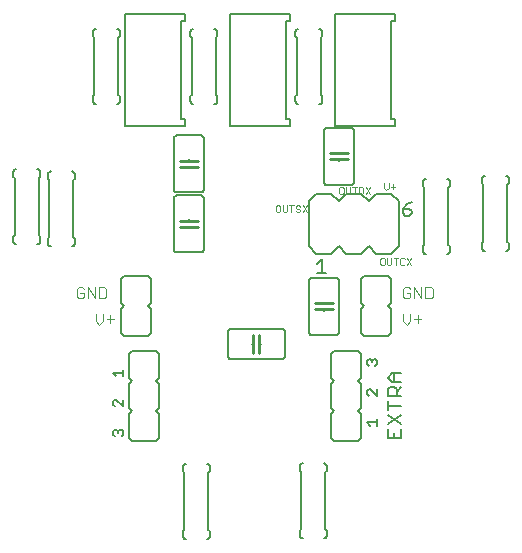
<source format=gto>
G75*
%MOIN*%
%OFA0B0*%
%FSLAX24Y24*%
%IPPOS*%
%LPD*%
%AMOC8*
5,1,8,0,0,1.08239X$1,22.5*
%
%ADD10C,0.0030*%
%ADD11C,0.0020*%
%ADD12C,0.0060*%
%ADD13C,0.0070*%
%ADD14C,0.0100*%
%ADD15C,0.0050*%
D10*
X010943Y013570D02*
X011067Y013693D01*
X011067Y013940D01*
X011188Y013755D02*
X011435Y013755D01*
X011312Y013632D02*
X011312Y013879D01*
X010943Y013570D02*
X010820Y013693D01*
X010820Y013940D01*
X010810Y014445D02*
X010810Y014815D01*
X010932Y014815D02*
X011117Y014815D01*
X011179Y014754D01*
X011179Y014507D01*
X011117Y014445D01*
X010932Y014445D01*
X010932Y014815D01*
X010563Y014815D02*
X010563Y014445D01*
X010442Y014507D02*
X010442Y014630D01*
X010318Y014630D01*
X010195Y014507D02*
X010195Y014754D01*
X010257Y014815D01*
X010380Y014815D01*
X010442Y014754D01*
X010563Y014815D02*
X010810Y014445D01*
X010442Y014507D02*
X010380Y014445D01*
X010257Y014445D01*
X010195Y014507D01*
X021070Y014507D02*
X021132Y014445D01*
X021255Y014445D01*
X021317Y014507D01*
X021317Y014630D01*
X021193Y014630D01*
X021070Y014507D02*
X021070Y014754D01*
X021132Y014815D01*
X021255Y014815D01*
X021317Y014754D01*
X021438Y014815D02*
X021685Y014445D01*
X021685Y014815D01*
X021807Y014815D02*
X021992Y014815D01*
X022054Y014754D01*
X022054Y014507D01*
X021992Y014445D01*
X021807Y014445D01*
X021807Y014815D01*
X021438Y014815D02*
X021438Y014445D01*
X021317Y013940D02*
X021317Y013693D01*
X021193Y013570D01*
X021070Y013693D01*
X021070Y013940D01*
X021438Y013755D02*
X021685Y013755D01*
X021562Y013632D02*
X021562Y013879D01*
D11*
X021346Y015565D02*
X021199Y015785D01*
X021125Y015748D02*
X021088Y015785D01*
X021015Y015785D01*
X020978Y015748D01*
X020978Y015602D01*
X021015Y015565D01*
X021088Y015565D01*
X021125Y015602D01*
X021199Y015565D02*
X021346Y015785D01*
X020904Y015785D02*
X020757Y015785D01*
X020830Y015785D02*
X020830Y015565D01*
X020683Y015602D02*
X020646Y015565D01*
X020573Y015565D01*
X020536Y015602D01*
X020536Y015785D01*
X020462Y015748D02*
X020425Y015785D01*
X020352Y015785D01*
X020315Y015748D01*
X020315Y015602D01*
X020352Y015565D01*
X020425Y015565D01*
X020462Y015602D01*
X020462Y015748D01*
X020683Y015785D02*
X020683Y015602D01*
X019971Y017940D02*
X019824Y018160D01*
X019750Y018123D02*
X019713Y018160D01*
X019603Y018160D01*
X019603Y017940D01*
X019713Y017940D01*
X019750Y017977D01*
X019750Y018123D01*
X019824Y017940D02*
X019971Y018160D01*
X020440Y018138D02*
X020440Y018285D01*
X020440Y018138D02*
X020513Y018065D01*
X020587Y018138D01*
X020587Y018285D01*
X020661Y018175D02*
X020808Y018175D01*
X020734Y018248D02*
X020734Y018102D01*
X019529Y018160D02*
X019382Y018160D01*
X019455Y018160D02*
X019455Y017940D01*
X019308Y017977D02*
X019308Y018160D01*
X019161Y018160D02*
X019161Y017977D01*
X019198Y017940D01*
X019271Y017940D01*
X019308Y017977D01*
X019087Y017977D02*
X019087Y018123D01*
X019050Y018160D01*
X018977Y018160D01*
X018940Y018123D01*
X018940Y017977D01*
X018977Y017940D01*
X019050Y017940D01*
X019087Y017977D01*
X017866Y017545D02*
X017719Y017325D01*
X017645Y017362D02*
X017608Y017325D01*
X017535Y017325D01*
X017498Y017362D01*
X017535Y017435D02*
X017498Y017472D01*
X017498Y017508D01*
X017535Y017545D01*
X017608Y017545D01*
X017645Y017508D01*
X017608Y017435D02*
X017645Y017398D01*
X017645Y017362D01*
X017608Y017435D02*
X017535Y017435D01*
X017424Y017545D02*
X017277Y017545D01*
X017350Y017545D02*
X017350Y017325D01*
X017203Y017362D02*
X017203Y017545D01*
X017056Y017545D02*
X017056Y017362D01*
X017093Y017325D01*
X017166Y017325D01*
X017203Y017362D01*
X016982Y017362D02*
X016982Y017508D01*
X016945Y017545D01*
X016872Y017545D01*
X016835Y017508D01*
X016835Y017362D01*
X016872Y017325D01*
X016945Y017325D01*
X016982Y017362D01*
X017719Y017545D02*
X017866Y017325D01*
D12*
X017930Y017680D02*
X017930Y016180D01*
X018180Y015930D01*
X018680Y015930D01*
X018930Y016180D01*
X019180Y015930D01*
X019680Y015930D01*
X019930Y016180D01*
X020180Y015930D01*
X020680Y015930D01*
X020930Y016180D01*
X020930Y017680D01*
X020680Y017930D01*
X020180Y017930D01*
X019930Y017680D01*
X019680Y017930D01*
X019180Y017930D01*
X018930Y017680D01*
X018680Y017930D01*
X018180Y017930D01*
X017930Y017680D01*
X018530Y018230D02*
X019330Y018230D01*
X019347Y018232D01*
X019364Y018236D01*
X019380Y018243D01*
X019394Y018253D01*
X019407Y018266D01*
X019417Y018280D01*
X019424Y018296D01*
X019428Y018313D01*
X019430Y018330D01*
X019430Y020030D01*
X019428Y020047D01*
X019424Y020064D01*
X019417Y020080D01*
X019407Y020094D01*
X019394Y020107D01*
X019380Y020117D01*
X019364Y020124D01*
X019347Y020128D01*
X019330Y020130D01*
X018530Y020130D01*
X018513Y020128D01*
X018496Y020124D01*
X018480Y020117D01*
X018466Y020107D01*
X018453Y020094D01*
X018443Y020080D01*
X018436Y020064D01*
X018432Y020047D01*
X018430Y020030D01*
X018430Y018330D01*
X018432Y018313D01*
X018436Y018296D01*
X018443Y018280D01*
X018453Y018266D01*
X018466Y018253D01*
X018480Y018243D01*
X018496Y018236D01*
X018513Y018232D01*
X018530Y018230D01*
X018930Y019030D02*
X018930Y019080D01*
X018930Y019280D02*
X018930Y019330D01*
X018380Y021030D02*
X018380Y021180D01*
X018330Y021230D01*
X018330Y023130D01*
X018380Y023180D01*
X018380Y023330D01*
X018378Y023347D01*
X018374Y023364D01*
X018367Y023380D01*
X018357Y023394D01*
X018344Y023407D01*
X018330Y023417D01*
X018314Y023424D01*
X018297Y023428D01*
X018280Y023430D01*
X017580Y023430D02*
X017563Y023428D01*
X017546Y023424D01*
X017530Y023417D01*
X017516Y023407D01*
X017503Y023394D01*
X017493Y023380D01*
X017486Y023364D01*
X017482Y023347D01*
X017480Y023330D01*
X017480Y023180D01*
X017530Y023130D01*
X017530Y021230D01*
X017480Y021180D01*
X017480Y021030D01*
X017482Y021013D01*
X017486Y020996D01*
X017493Y020980D01*
X017503Y020966D01*
X017516Y020953D01*
X017530Y020943D01*
X017546Y020936D01*
X017563Y020932D01*
X017580Y020930D01*
X018280Y020930D02*
X018297Y020932D01*
X018314Y020936D01*
X018330Y020943D01*
X018344Y020953D01*
X018357Y020966D01*
X018367Y020980D01*
X018374Y020996D01*
X018378Y021013D01*
X018380Y021030D01*
X014880Y021030D02*
X014880Y021180D01*
X014830Y021230D01*
X014830Y023130D01*
X014880Y023180D01*
X014880Y023330D01*
X014878Y023347D01*
X014874Y023364D01*
X014867Y023380D01*
X014857Y023394D01*
X014844Y023407D01*
X014830Y023417D01*
X014814Y023424D01*
X014797Y023428D01*
X014780Y023430D01*
X014080Y023430D02*
X014063Y023428D01*
X014046Y023424D01*
X014030Y023417D01*
X014016Y023407D01*
X014003Y023394D01*
X013993Y023380D01*
X013986Y023364D01*
X013982Y023347D01*
X013980Y023330D01*
X013980Y023180D01*
X014030Y023130D01*
X014030Y021230D01*
X013980Y021180D01*
X013980Y021030D01*
X013982Y021013D01*
X013986Y020996D01*
X013993Y020980D01*
X014003Y020966D01*
X014016Y020953D01*
X014030Y020943D01*
X014046Y020936D01*
X014063Y020932D01*
X014080Y020930D01*
X014780Y020930D02*
X014797Y020932D01*
X014814Y020936D01*
X014830Y020943D01*
X014844Y020953D01*
X014857Y020966D01*
X014867Y020980D01*
X014874Y020996D01*
X014878Y021013D01*
X014880Y021030D01*
X014330Y019880D02*
X013530Y019880D01*
X013513Y019878D01*
X013496Y019874D01*
X013480Y019867D01*
X013466Y019857D01*
X013453Y019844D01*
X013443Y019830D01*
X013436Y019814D01*
X013432Y019797D01*
X013430Y019780D01*
X013430Y018080D01*
X013432Y018063D01*
X013436Y018046D01*
X013443Y018030D01*
X013453Y018016D01*
X013466Y018003D01*
X013480Y017993D01*
X013496Y017986D01*
X013513Y017982D01*
X013530Y017980D01*
X014330Y017980D01*
X014347Y017982D01*
X014364Y017986D01*
X014380Y017993D01*
X014394Y018003D01*
X014407Y018016D01*
X014417Y018030D01*
X014424Y018046D01*
X014428Y018063D01*
X014430Y018080D01*
X014430Y019780D01*
X014428Y019797D01*
X014424Y019814D01*
X014417Y019830D01*
X014407Y019844D01*
X014394Y019857D01*
X014380Y019867D01*
X014364Y019874D01*
X014347Y019878D01*
X014330Y019880D01*
X013930Y019080D02*
X013930Y019030D01*
X013930Y018830D02*
X013930Y018780D01*
X014330Y017880D02*
X013530Y017880D01*
X013513Y017878D01*
X013496Y017874D01*
X013480Y017867D01*
X013466Y017857D01*
X013453Y017844D01*
X013443Y017830D01*
X013436Y017814D01*
X013432Y017797D01*
X013430Y017780D01*
X013430Y016080D01*
X013432Y016063D01*
X013436Y016046D01*
X013443Y016030D01*
X013453Y016016D01*
X013466Y016003D01*
X013480Y015993D01*
X013496Y015986D01*
X013513Y015982D01*
X013530Y015980D01*
X014330Y015980D01*
X014347Y015982D01*
X014364Y015986D01*
X014380Y015993D01*
X014394Y016003D01*
X014407Y016016D01*
X014417Y016030D01*
X014424Y016046D01*
X014428Y016063D01*
X014430Y016080D01*
X014430Y017780D01*
X014428Y017797D01*
X014424Y017814D01*
X014417Y017830D01*
X014407Y017844D01*
X014394Y017857D01*
X014380Y017867D01*
X014364Y017874D01*
X014347Y017878D01*
X014330Y017880D01*
X013930Y017080D02*
X013930Y017030D01*
X013930Y016830D02*
X013930Y016780D01*
X012580Y015180D02*
X011780Y015180D01*
X011680Y015080D01*
X011680Y014280D01*
X011780Y014180D01*
X011680Y014080D01*
X011680Y013280D01*
X011780Y013180D01*
X012580Y013180D01*
X012680Y013280D01*
X012680Y014080D01*
X012580Y014180D01*
X012680Y014280D01*
X012680Y015080D01*
X012580Y015180D01*
X010130Y016280D02*
X010130Y016430D01*
X010080Y016480D01*
X010080Y018380D01*
X010130Y018430D01*
X010130Y018580D01*
X010128Y018597D01*
X010124Y018614D01*
X010117Y018630D01*
X010107Y018644D01*
X010094Y018657D01*
X010080Y018667D01*
X010064Y018674D01*
X010047Y018678D01*
X010030Y018680D01*
X009330Y018680D02*
X009313Y018678D01*
X009296Y018674D01*
X009280Y018667D01*
X009266Y018657D01*
X009253Y018644D01*
X009243Y018630D01*
X009236Y018614D01*
X009232Y018597D01*
X009230Y018580D01*
X009230Y018430D01*
X009280Y018380D01*
X009280Y016480D01*
X009230Y016430D01*
X009230Y016280D01*
X009232Y016263D01*
X009236Y016246D01*
X009243Y016230D01*
X009253Y016216D01*
X009266Y016203D01*
X009280Y016193D01*
X009296Y016186D01*
X009313Y016182D01*
X009330Y016180D01*
X008980Y016360D02*
X008980Y016510D01*
X008930Y016560D01*
X008930Y018460D01*
X008980Y018510D01*
X008980Y018660D01*
X008978Y018677D01*
X008974Y018694D01*
X008967Y018710D01*
X008957Y018724D01*
X008944Y018737D01*
X008930Y018747D01*
X008914Y018754D01*
X008897Y018758D01*
X008880Y018760D01*
X008180Y018760D02*
X008163Y018758D01*
X008146Y018754D01*
X008130Y018747D01*
X008116Y018737D01*
X008103Y018724D01*
X008093Y018710D01*
X008086Y018694D01*
X008082Y018677D01*
X008080Y018660D01*
X008080Y018510D01*
X008130Y018460D01*
X008130Y016560D01*
X008080Y016510D01*
X008080Y016360D01*
X008082Y016343D01*
X008086Y016326D01*
X008093Y016310D01*
X008103Y016296D01*
X008116Y016283D01*
X008130Y016273D01*
X008146Y016266D01*
X008163Y016262D01*
X008180Y016260D01*
X008880Y016260D02*
X008897Y016262D01*
X008914Y016266D01*
X008930Y016273D01*
X008944Y016283D01*
X008957Y016296D01*
X008967Y016310D01*
X008974Y016326D01*
X008978Y016343D01*
X008980Y016360D01*
X010030Y016180D02*
X010047Y016182D01*
X010064Y016186D01*
X010080Y016193D01*
X010094Y016203D01*
X010107Y016216D01*
X010117Y016230D01*
X010124Y016246D01*
X010128Y016263D01*
X010130Y016280D01*
X012030Y012680D02*
X011930Y012580D01*
X011930Y011780D01*
X012030Y011680D01*
X011930Y011580D01*
X011930Y010780D01*
X012030Y010680D01*
X011930Y010580D01*
X011930Y009780D01*
X012030Y009680D01*
X012830Y009680D01*
X012930Y009780D01*
X012930Y010580D01*
X012830Y010680D01*
X012930Y010780D01*
X012930Y011580D01*
X012830Y011680D01*
X012930Y011780D01*
X012930Y012580D01*
X012830Y012680D01*
X012030Y012680D01*
X015230Y012530D02*
X015230Y013330D01*
X015232Y013347D01*
X015236Y013364D01*
X015243Y013380D01*
X015253Y013394D01*
X015266Y013407D01*
X015280Y013417D01*
X015296Y013424D01*
X015313Y013428D01*
X015330Y013430D01*
X017030Y013430D01*
X017047Y013428D01*
X017064Y013424D01*
X017080Y013417D01*
X017094Y013407D01*
X017107Y013394D01*
X017117Y013380D01*
X017124Y013364D01*
X017128Y013347D01*
X017130Y013330D01*
X017130Y012530D01*
X017128Y012513D01*
X017124Y012496D01*
X017117Y012480D01*
X017107Y012466D01*
X017094Y012453D01*
X017080Y012443D01*
X017064Y012436D01*
X017047Y012432D01*
X017030Y012430D01*
X015330Y012430D01*
X015313Y012432D01*
X015296Y012436D01*
X015280Y012443D01*
X015266Y012453D01*
X015253Y012466D01*
X015243Y012480D01*
X015236Y012496D01*
X015232Y012513D01*
X015230Y012530D01*
X016030Y012930D02*
X016080Y012930D01*
X016280Y012930D02*
X016330Y012930D01*
X017930Y013330D02*
X017930Y015030D01*
X017932Y015047D01*
X017936Y015064D01*
X017943Y015080D01*
X017953Y015094D01*
X017966Y015107D01*
X017980Y015117D01*
X017996Y015124D01*
X018013Y015128D01*
X018030Y015130D01*
X018830Y015130D01*
X018847Y015128D01*
X018864Y015124D01*
X018880Y015117D01*
X018894Y015107D01*
X018907Y015094D01*
X018917Y015080D01*
X018924Y015064D01*
X018928Y015047D01*
X018930Y015030D01*
X018930Y013330D01*
X018928Y013313D01*
X018924Y013296D01*
X018917Y013280D01*
X018907Y013266D01*
X018894Y013253D01*
X018880Y013243D01*
X018864Y013236D01*
X018847Y013232D01*
X018830Y013230D01*
X018030Y013230D01*
X018013Y013232D01*
X017996Y013236D01*
X017980Y013243D01*
X017966Y013253D01*
X017953Y013266D01*
X017943Y013280D01*
X017936Y013296D01*
X017932Y013313D01*
X017930Y013330D01*
X018430Y014030D02*
X018430Y014080D01*
X018430Y014280D02*
X018430Y014330D01*
X019680Y014280D02*
X019680Y015080D01*
X019780Y015180D01*
X020580Y015180D01*
X020680Y015080D01*
X020680Y014280D01*
X020580Y014180D01*
X020680Y014080D01*
X020680Y013280D01*
X020580Y013180D01*
X019780Y013180D01*
X019680Y013280D01*
X019680Y014080D01*
X019780Y014180D01*
X019680Y014280D01*
X019580Y012680D02*
X018780Y012680D01*
X018680Y012580D01*
X018680Y011780D01*
X018780Y011680D01*
X018680Y011580D01*
X018680Y010780D01*
X018780Y010680D01*
X018680Y010580D01*
X018680Y009780D01*
X018780Y009680D01*
X019580Y009680D01*
X019680Y009780D01*
X019680Y010580D01*
X019580Y010680D01*
X019680Y010780D01*
X019680Y011580D01*
X019580Y011680D01*
X019680Y011780D01*
X019680Y012580D01*
X019580Y012680D01*
X021730Y016030D02*
X021730Y016180D01*
X021780Y016230D01*
X021780Y018130D01*
X021730Y018180D01*
X021730Y018330D01*
X021732Y018347D01*
X021736Y018364D01*
X021743Y018380D01*
X021753Y018394D01*
X021766Y018407D01*
X021780Y018417D01*
X021796Y018424D01*
X021813Y018428D01*
X021830Y018430D01*
X022530Y018430D02*
X022547Y018428D01*
X022564Y018424D01*
X022580Y018417D01*
X022594Y018407D01*
X022607Y018394D01*
X022617Y018380D01*
X022624Y018364D01*
X022628Y018347D01*
X022630Y018330D01*
X022630Y018180D01*
X022580Y018130D01*
X022580Y016230D01*
X022630Y016180D01*
X022630Y016030D01*
X022628Y016013D01*
X022624Y015996D01*
X022617Y015980D01*
X022607Y015966D01*
X022594Y015953D01*
X022580Y015943D01*
X022564Y015936D01*
X022547Y015932D01*
X022530Y015930D01*
X021830Y015930D02*
X021813Y015932D01*
X021796Y015936D01*
X021780Y015943D01*
X021766Y015953D01*
X021753Y015966D01*
X021743Y015980D01*
X021736Y015996D01*
X021732Y016013D01*
X021730Y016030D01*
X023700Y016130D02*
X023700Y016280D01*
X023750Y016330D01*
X023750Y018230D01*
X023700Y018280D01*
X023700Y018430D01*
X023702Y018447D01*
X023706Y018464D01*
X023713Y018480D01*
X023723Y018494D01*
X023736Y018507D01*
X023750Y018517D01*
X023766Y018524D01*
X023783Y018528D01*
X023800Y018530D01*
X024500Y018530D02*
X024517Y018528D01*
X024534Y018524D01*
X024550Y018517D01*
X024564Y018507D01*
X024577Y018494D01*
X024587Y018480D01*
X024594Y018464D01*
X024598Y018447D01*
X024600Y018430D01*
X024600Y018280D01*
X024550Y018230D01*
X024550Y016330D01*
X024600Y016280D01*
X024600Y016130D01*
X024598Y016113D01*
X024594Y016096D01*
X024587Y016080D01*
X024577Y016066D01*
X024564Y016053D01*
X024550Y016043D01*
X024534Y016036D01*
X024517Y016032D01*
X024500Y016030D01*
X023800Y016030D02*
X023783Y016032D01*
X023766Y016036D01*
X023750Y016043D01*
X023736Y016053D01*
X023723Y016066D01*
X023713Y016080D01*
X023706Y016096D01*
X023702Y016113D01*
X023700Y016130D01*
X018530Y008850D02*
X018530Y008700D01*
X018480Y008650D01*
X018480Y006750D01*
X018530Y006700D01*
X018530Y006550D01*
X018528Y006533D01*
X018524Y006516D01*
X018517Y006500D01*
X018507Y006486D01*
X018494Y006473D01*
X018480Y006463D01*
X018464Y006456D01*
X018447Y006452D01*
X018430Y006450D01*
X017730Y006450D02*
X017713Y006452D01*
X017696Y006456D01*
X017680Y006463D01*
X017666Y006473D01*
X017653Y006486D01*
X017643Y006500D01*
X017636Y006516D01*
X017632Y006533D01*
X017630Y006550D01*
X017630Y006700D01*
X017680Y006750D01*
X017680Y008650D01*
X017630Y008700D01*
X017630Y008850D01*
X017632Y008867D01*
X017636Y008884D01*
X017643Y008900D01*
X017653Y008914D01*
X017666Y008927D01*
X017680Y008937D01*
X017696Y008944D01*
X017713Y008948D01*
X017730Y008950D01*
X018430Y008950D02*
X018447Y008948D01*
X018464Y008944D01*
X018480Y008937D01*
X018494Y008927D01*
X018507Y008914D01*
X018517Y008900D01*
X018524Y008884D01*
X018528Y008867D01*
X018530Y008850D01*
X014630Y008830D02*
X014630Y008680D01*
X014580Y008630D01*
X014580Y006730D01*
X014630Y006680D01*
X014630Y006530D01*
X014628Y006513D01*
X014624Y006496D01*
X014617Y006480D01*
X014607Y006466D01*
X014594Y006453D01*
X014580Y006443D01*
X014564Y006436D01*
X014547Y006432D01*
X014530Y006430D01*
X013830Y006430D02*
X013813Y006432D01*
X013796Y006436D01*
X013780Y006443D01*
X013766Y006453D01*
X013753Y006466D01*
X013743Y006480D01*
X013736Y006496D01*
X013732Y006513D01*
X013730Y006530D01*
X013730Y006680D01*
X013780Y006730D01*
X013780Y008630D01*
X013730Y008680D01*
X013730Y008830D01*
X013732Y008847D01*
X013736Y008864D01*
X013743Y008880D01*
X013753Y008894D01*
X013766Y008907D01*
X013780Y008917D01*
X013796Y008924D01*
X013813Y008928D01*
X013830Y008930D01*
X014530Y008930D02*
X014547Y008928D01*
X014564Y008924D01*
X014580Y008917D01*
X014594Y008907D01*
X014607Y008894D01*
X014617Y008880D01*
X014624Y008864D01*
X014628Y008847D01*
X014630Y008830D01*
X011630Y021030D02*
X011630Y021180D01*
X011580Y021230D01*
X011580Y023130D01*
X011630Y023180D01*
X011630Y023330D01*
X011628Y023347D01*
X011624Y023364D01*
X011617Y023380D01*
X011607Y023394D01*
X011594Y023407D01*
X011580Y023417D01*
X011564Y023424D01*
X011547Y023428D01*
X011530Y023430D01*
X010830Y023430D02*
X010813Y023428D01*
X010796Y023424D01*
X010780Y023417D01*
X010766Y023407D01*
X010753Y023394D01*
X010743Y023380D01*
X010736Y023364D01*
X010732Y023347D01*
X010730Y023330D01*
X010730Y023180D01*
X010780Y023130D01*
X010780Y021230D01*
X010730Y021180D01*
X010730Y021030D01*
X010732Y021013D01*
X010736Y020996D01*
X010743Y020980D01*
X010753Y020966D01*
X010766Y020953D01*
X010780Y020943D01*
X010796Y020936D01*
X010813Y020932D01*
X010830Y020930D01*
X011530Y020930D02*
X011547Y020932D01*
X011564Y020936D01*
X011580Y020943D01*
X011594Y020953D01*
X011607Y020966D01*
X011617Y020980D01*
X011624Y020996D01*
X011628Y021013D01*
X011630Y021030D01*
D13*
X011805Y020180D02*
X011805Y023930D01*
X013805Y023930D01*
X013805Y023680D01*
X013680Y023680D01*
X013680Y020430D01*
X013805Y020430D01*
X013805Y020180D01*
X011805Y020180D01*
X015305Y020180D02*
X015305Y023930D01*
X017305Y023930D01*
X017305Y023680D01*
X017180Y023680D01*
X017180Y020430D01*
X017305Y020430D01*
X017305Y020180D01*
X015305Y020180D01*
X018805Y020180D02*
X018805Y023930D01*
X020805Y023930D01*
X020805Y023680D01*
X020680Y023680D01*
X020680Y020430D01*
X020805Y020430D01*
X020805Y020180D01*
X018805Y020180D01*
D14*
X018930Y019280D02*
X018630Y019280D01*
X018630Y019080D02*
X018930Y019080D01*
X019230Y019080D01*
X019230Y019280D02*
X018930Y019280D01*
X014230Y019030D02*
X013930Y019030D01*
X013630Y019030D01*
X013630Y018830D02*
X013930Y018830D01*
X014230Y018830D01*
X014230Y017030D02*
X013930Y017030D01*
X013630Y017030D01*
X013630Y016830D02*
X013930Y016830D01*
X014230Y016830D01*
X018130Y014280D02*
X018430Y014280D01*
X018730Y014280D01*
X018730Y014080D02*
X018430Y014080D01*
X018130Y014080D01*
X016280Y013230D02*
X016280Y012930D01*
X016280Y012630D01*
X016080Y012630D02*
X016080Y012930D01*
X016080Y013230D01*
D15*
X011405Y010016D02*
X011405Y009903D01*
X011461Y009846D01*
X011575Y009959D02*
X011575Y010016D01*
X011632Y010073D01*
X011688Y010073D01*
X011745Y010016D01*
X011745Y009903D01*
X011688Y009846D01*
X011575Y010016D02*
X011518Y010073D01*
X011461Y010073D01*
X011405Y010016D01*
X011461Y010846D02*
X011405Y010903D01*
X011405Y011016D01*
X011461Y011073D01*
X011518Y011073D01*
X011745Y010846D01*
X011745Y011073D01*
X011745Y011846D02*
X011745Y012073D01*
X011745Y011959D02*
X011405Y011959D01*
X011518Y011846D01*
X018205Y015305D02*
X018505Y015305D01*
X018355Y015305D02*
X018355Y015755D01*
X018205Y015605D01*
X021055Y017280D02*
X021130Y017205D01*
X021280Y017205D01*
X021355Y017280D01*
X021355Y017355D01*
X021280Y017430D01*
X021055Y017430D01*
X021055Y017280D01*
X021055Y017430D02*
X021205Y017580D01*
X021355Y017655D01*
X020148Y012432D02*
X020205Y012375D01*
X020205Y012262D01*
X020148Y012205D01*
X020035Y012318D02*
X020035Y012375D01*
X020092Y012432D01*
X020148Y012432D01*
X020035Y012375D02*
X019978Y012432D01*
X019921Y012432D01*
X019865Y012375D01*
X019865Y012262D01*
X019921Y012205D01*
X020555Y011797D02*
X020705Y011947D01*
X021005Y011947D01*
X020780Y011947D02*
X020780Y011647D01*
X020705Y011647D02*
X020555Y011797D01*
X020705Y011647D02*
X021005Y011647D01*
X021005Y011486D02*
X020855Y011336D01*
X020855Y011411D02*
X020855Y011186D01*
X021005Y011186D02*
X020555Y011186D01*
X020555Y011411D01*
X020630Y011486D01*
X020780Y011486D01*
X020855Y011411D01*
X020555Y011026D02*
X020555Y010726D01*
X020555Y010876D02*
X021005Y010876D01*
X021005Y010566D02*
X020555Y010265D01*
X020555Y010105D02*
X020555Y009805D01*
X021005Y009805D01*
X021005Y010105D01*
X021005Y010265D02*
X020555Y010566D01*
X020205Y010432D02*
X020205Y010205D01*
X020205Y010318D02*
X019865Y010318D01*
X019978Y010205D01*
X020780Y009955D02*
X020780Y009805D01*
X020205Y011205D02*
X019978Y011432D01*
X019921Y011432D01*
X019865Y011375D01*
X019865Y011262D01*
X019921Y011205D01*
X020205Y011205D02*
X020205Y011432D01*
M02*

</source>
